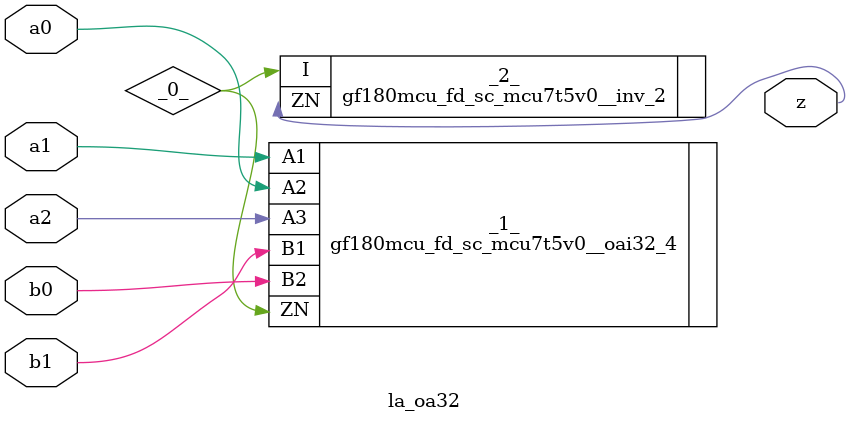
<source format=v>
/* Generated by Yosys 0.37 (git sha1 a5c7f69ed, clang 14.0.0-1ubuntu1.1 -fPIC -Os) */

module la_oa32(a0, a1, a2, b0, b1, z);
  wire _0_;
  input a0;
  wire a0;
  input a1;
  wire a1;
  input a2;
  wire a2;
  input b0;
  wire b0;
  input b1;
  wire b1;
  output z;
  wire z;
  gf180mcu_fd_sc_mcu7t5v0__oai32_4 _1_ (
    .A1(a1),
    .A2(a0),
    .A3(a2),
    .B1(b1),
    .B2(b0),
    .ZN(_0_)
  );
  gf180mcu_fd_sc_mcu7t5v0__inv_2 _2_ (
    .I(_0_),
    .ZN(z)
  );
endmodule

</source>
